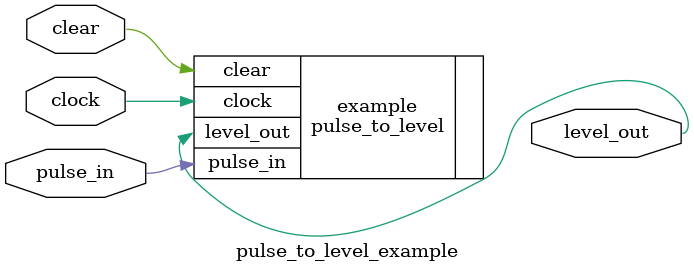
<source format=v>

`default_nettype none

module pulse_to_level_example
// No parameters
(
    input   wire    clock,
    input   wire    clear,
    input   wire    pulse_in,
    output  reg     level_out
);

    pulse_to_level
    example
    (
        .clock      (clock),
        .clear      (clear),
        .pulse_in   (pulse_in),
        .level_out  (level_out)
    );

endmodule


</source>
